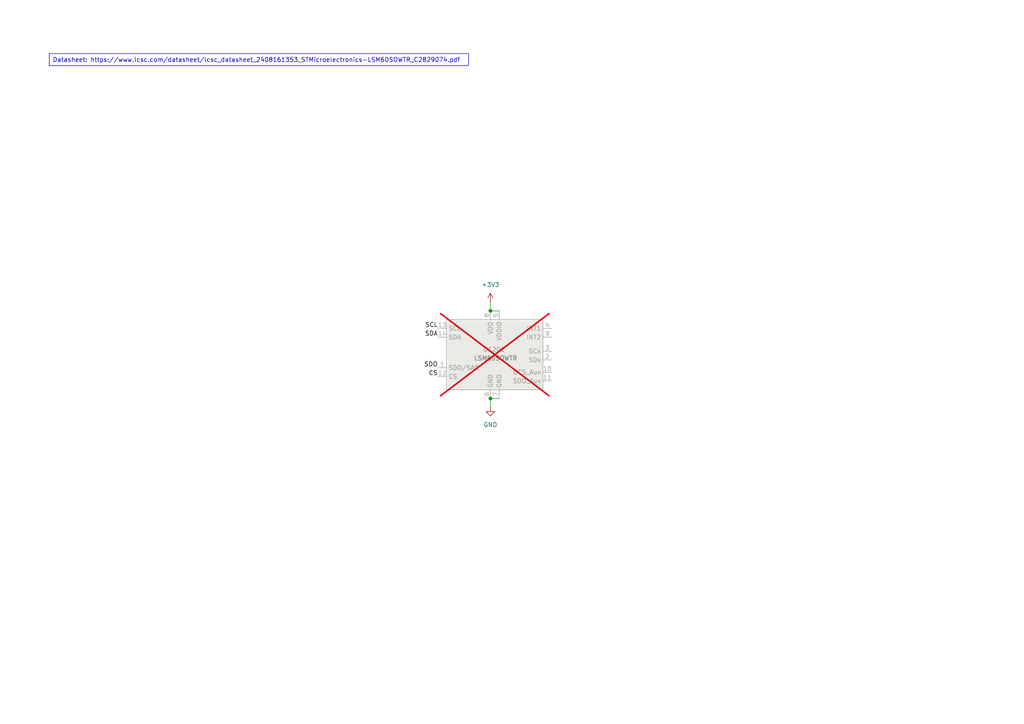
<source format=kicad_sch>
(kicad_sch (version 20250114) (generator "eeschema") (generator_version "9.0")
  (paper "A4")
  (title_block (rev "0") (company "Integrated BioElectronics Laboratory @ NYU Abu Dhabi") (comment 1 "Schematic developed by Hamza Anver"))
  (lib_symbols
    (symbol "easyeda2kicad:LSM6DSOWTR"
      (property "Reference" "U801" (at -0.254 1.524 0))
      (property "Value" "LSM6DSOWTR" (at 0.254 -1.016 0))
      (symbol "LSM6DSOWTR_0_1"
        (rectangle (start -13.97 10.16) (end 13.97 -10.16) (fill (type background)))
        (pin unspecified line (at -16.51 7.62 0) (length 2.54) (name "SCL") (number "13"))
        (pin unspecified line (at -16.51 5.08 0) (length 2.54) (name "SDA") (number "14"))
        (pin unspecified line (at -16.51 -3.81 0) (length 2.54) (name "SDO/SA0") (number "1"))
        (pin unspecified line (at -16.51 -6.35 0) (length 2.54) (name "CS") (number "12"))
        (pin unspecified line (at -1.27 12.7 270) (length 2.54) (name "VDD") (number "8"))
        (pin unspecified line (at -1.27 -12.7 90) (length 2.54) (name "GND") (number "6"))
        (pin unspecified line (at 1.27 12.7 270) (length 2.54) (name "VDDIO") (number "5"))
        (pin unspecified line (at 1.27 -12.7 90) (length 2.54) (name "GND") (number "7"))
        (pin unspecified line (at 16.51 7.62 180) (length 2.54) (name "INT1") (number "4"))
        (pin unspecified line (at 16.51 5.08 180) (length 2.54) (name "INT2") (number "9"))
        (pin unspecified line (at 16.51 1.016 180) (length 2.54) (name "SCx") (number "3"))
        (pin unspecified line (at 16.51 -1.524 180) (length 2.54) (name "SDx") (number "2"))
        (pin unspecified line (at 16.51 -5.08 180) (length 2.54) (name "OCS_Aux") (number "10"))
        (pin unspecified line (at 16.51 -7.62 180) (length 2.54) (name "SDO_Aux") (number "11"))
      )
    )
    (symbol "power:+3V3" (power) (pin_numbers (hide yes)) (pin_names (offset 0) (hide yes))
      (property "Value" "+3V3" (at 0 3.556 0))
      (symbol "+3V3_0_1"
        (polyline (pts (xy -0.762 1.27) (xy 0 2.54)))
        (polyline (pts (xy 0 2.54) (xy 0.762 1.27)))
        (polyline (pts (xy 0 0) (xy 0 2.54)))
      )
      (symbol "+3V3_1_1"
        (pin power_in line (at 0 0 90) (length 0) (name "~") (number "1"))
      )
    )
    (symbol "power:GND" (power) (pin_numbers (hide yes)) (pin_names (offset 0) (hide yes))
      (property "Value" "GND" (at 0 -3.81 0))
      (symbol "GND_0_1"
        (polyline (pts (xy 0 0) (xy 0 -1.27) (xy 1.27 -1.27) (xy 0 -2.54) (xy -1.27 -1.27) (xy 0 -1.27)))
      )
      (symbol "GND_1_1"
        (pin power_in line (at 0 0 270) (length 0) (name "~") (number "1"))
      )
    )
  )
  (text_box "Datasheet: https://www.lcsc.com/datasheet/lcsc_datasheet_2408161353_STMicroelectronics-LSM6DSOWTR_C2829074.pdf" (at 14.2875 15.5519 0) (size 121.6025 3.4981) (margins 0.9525 0.9525 0.9525 0.9525) (effects (font (size 1.27 1.27)) (justify left)))
  (junction (at 142.24 115.57))
  (junction (at 142.24 90.17))
  (wire (pts (xy 142.24 87.63) (xy 142.24 90.17)))
  (wire (pts (xy 142.24 118.11) (xy 142.24 115.57)))
  (wire (pts (xy 142.24 90.17) (xy 144.78 90.17)))
  (wire (pts (xy 142.24 115.57) (xy 144.78 115.57)))
  (label "SDA" (at 127 97.79 180))
  (label "SDO" (at 127 106.68 180))
  (label "CS" (at 127 109.22 180))
  (label "SCL" (at 127 95.25 180))
  (symbol (lib_id "power:+3V3") (at 142.24 87.63 0) (unit 1)
    (property "Reference" "#PWR01201" (effects (hide yes)))
    (property "Value" "+3V3" (at 142.24 82.55 0))
    (property "Description" "Power symbol creates a global label with name \"+3V3\"" (effects (hide yes)))
  )
  (symbol (lib_id "easyeda2kicad:LSM6DSOWTR") (at 143.51 102.87 0) (unit 1) (on_board no) (dnp yes)
    (property "Reference" "U1201" (at 143.256 101.346 0))
    (property "Value" "LSM6DSOWTR" (at 143.764 103.886 0) (effects (font (thickness 0.254) (bold yes))))
    (property "Footprint" "easyeda2kicad:LGA-14L_L3.0-W2.5-P0.50-TL" (effects (hide yes)))
    (property "LCSC Part" "C2829074" (effects (hide yes)))
  )
  (symbol (lib_id "power:GND") (at 142.24 118.11 0) (unit 1)
    (property "Reference" "#PWR01202" (effects (hide yes)))
    (property "Value" "GND" (at 142.24 123.19 0))
    (property "Description" "Power symbol creates a global label with name \"GND\" , ground" (effects (hide yes)))
  )
)
</source>
